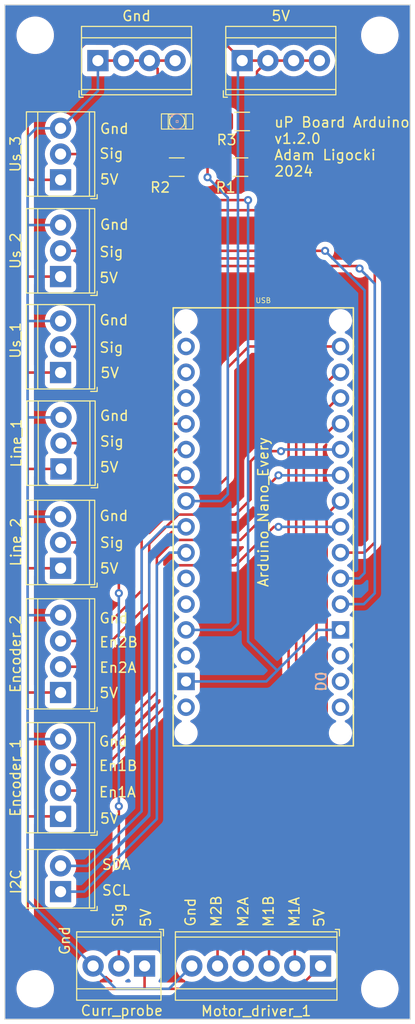
<source format=kicad_pcb>
(kicad_pcb (version 20240108) (generator "pcbnew") (generator_version "8.0")
  (layers (0 "F.Cu" signal) (31 "B.Cu" signal) (34 "B.Paste" user) (35 "F.Paste" user) (36 "B.SilkS" user "B.Silkscreen") (37 "F.SilkS" user "F.Silkscreen") (38 "B.Mask" user) (39 "F.Mask" user) (44 "Edge.Cuts" user))
  (net 0 "")
  (net 11 "VCC")
  (net 12 "SDA")
  (net 13 "SCL")
  (net 14 "GND")
  (net 15 "US_1")
  (net 16 "US_2")
  (net 17 "US_3")
  (net 18 "Line_1")
  (net 19 "Line_2")
  (net 20 "Motor_2_B")
  (net 21 "Motor_2_A")
  (net 22 "Motor_1_B")
  (net 23 "Motor_1_A")
  (net 24 "EN_1_A")
  (net 25 "EN_1_B")
  (net 26 "EN_2_A")
  (net 27 "EN_2_B")
  (net 28 "Current")
  (net 29 "Net-(A1-PadA3)")
  (net 30 "Net-(LED1-PadA)")
  (footprint "Resistor_SMD:R_1206_3216Metric" (layer "F.Cu") (at 86.9625 56 180)
    (property "Reference" "R2" (at 1.6325 -2 0) (layer "F.SilkS"))
    (property "Value" "10k")
    (fp_line (start -0.727064 0.91) (end 0.727064 0.91) (stroke (width 0.12)) (layer "F.SilkS"))
    (fp_line (start -0.727064 -0.91) (end 0.727064 -0.91) (stroke (width 0.12)) (layer "F.SilkS"))
    (pad "1" smd roundrect (at -1.4625 0 180) (size 1.125 1.75) (layers "F.Cu" "F.Paste" "F.Mask") (roundrect_rratio 0.2222222222) (net 29 "Net-(A1-PadA3)"))
    (pad "2" smd roundrect (at 1.4625 0 180) (size 1.125 1.75) (layers "F.Cu" "F.Paste" "F.Mask") (roundrect_rratio 0.2222222222) (net 14 "GND"))
  )
  (footprint "adafruit:1206" (layer "F.Cu") (at 87 51.5 180)
    (property "Reference" "LED1" (hide yes))
    (property "Value" "LED" (hide yes))
    (fp_line (start 0.59944 0.6985) (end 0.59944 0.44958) (stroke (width 0.06604)) (layer "B.SilkS"))
    (fp_line (start 0.44958 0.6985) (end 0.59944 0.6985) (stroke (width 0.06604)) (layer "B.SilkS"))
    (fp_line (start 0.44958 0.6985) (end 0.44958 0.44958) (stroke (width 0.06604)) (layer "B.SilkS"))
    (fp_line (start 0.44958 0.44958) (end 0.59944 0.44958) (stroke (width 0.06604)) (layer "B.SilkS"))
    (fp_line (start 0.09906 0.09906) (end 0.09906 -0.09906) (stroke (width 0.06604)) (layer "B.SilkS"))
    (fp_line (start -0.09906 0.09906) (end 0.09906 0.09906) (stroke (width 0.06604)) (layer "B.SilkS"))
    (fp_line (start -0.09906 0.09906) (end -0.09906 -0.09906) (stroke (width 0.06604)) (layer "B.SilkS"))
    (fp_line (start -0.09906 -0.09906) (end 0.09906 -0.09906) (stroke (width 0.06604)) (layer "B.SilkS"))
    (fp_arc (start 0.54864 0.49784) (mid 0.001024 0.740844) (end -0.547262 0.499354) (stroke (width 0.1016)) (layer "B.SilkS"))
    (fp_arc (start -0.54864 -0.49784) (mid -0.001024 -0.740844) (end 0.547262 -0.499354) (stroke (width 0.1016)) (layer "B.SilkS"))
    (fp_line (start 1.5494 0.7493) (end -1.5494 0.7493) (stroke (width 0.1016)) (layer "F.SilkS"))
    (fp_line (start 1.5494 -0.7493) (end 1.5494 0.7493) (stroke (width 0.1016)) (layer "F.SilkS"))
    (fp_line (start 0.89916 0.6985) (end 0.89916 -0.49784) (stroke (width 0.06604)) (layer "F.SilkS"))
    (fp_line (start 0.89916 -0.54864) (end 0.89916 -0.6985) (stroke (width 0.06604)) (layer "F.SilkS"))
    (fp_line (start 0.79756 0.6985) (end 0.89916 0.6985) (stroke (width 0.06604)) (layer "F.SilkS"))
    (fp_line (start 0.79756 0.6985) (end 0.79756 0.44958) (stroke (width 0.06604)) (layer "F.SilkS"))
    (fp_line (start 0.79756 0.6985) (end 0.79756 -0.49784) (stroke (width 0.06604)) (layer "F.SilkS"))
    (fp_line (start 0.79756 -0.49784) (end 0.89916 -0.49784) (stroke (width 0.06604)) (layer "F.SilkS"))
    (fp_line (start 0.79756 -0.54864) (end 0.89916 -0.54864) (stroke (width 0.06604)) (layer "F.SilkS"))
    (fp_line (start 0.79756 -0.54864) (end 0.79756 -0.6985) (stroke (width 0.06604)) (layer "F.SilkS"))
    (fp_line (start 0.79756 -0.6985) (end 0.89916 -0.6985) (stroke (width 0.06604)) (layer "F.SilkS"))
    (fp_line (start 0.44958 0.6985) (end 0.79756 0.6985) (stroke (width 0.06604)) (layer "F.SilkS"))
    (fp_line (start 0.44958 0.6985) (end 0.44958 0.44958) (stroke (width 0.06604)) (layer "F.SilkS"))
    (fp_line (start 0.44958 0.44958) (end 0.79756 0.44958) (stroke (width 0.06604)) (layer "F.SilkS"))
    (fp_line (start -0.79756 0.6985) (end -0.79756 -0.49784) (stroke (width 0.06604)) (layer "F.SilkS"))
    (fp_line (start -0.79756 -0.54864) (end -0.79756 -0.6985) (stroke (width 0.06604)) (layer "F.SilkS"))
    (fp_line (start -0.89916 0.6985) (end -0.79756 0.6985) (stroke (width 0.06604)) (layer "F.SilkS"))
    (fp_line (start -0.89916 0.6985) (end -0.89916 -0.49784) (stroke (width 0.06604)) (layer "F.SilkS"))
    (fp_line (start -0.89916 -0.49784) (end -0.79756 -0.49784) (stroke (width 0.06604)) (layer "F.SilkS"))
    (fp_line (start -0.89916 -0.54864) (end -0.79756 -0.54864) (stroke (width 0.06604)) (layer "F.SilkS"))
    (fp_line (start -0.89916 -0.54864) (end -0.89916 -0.6985) (stroke (width 0.06604)) (layer "F.SilkS"))
    (fp_line (start -0.89916 -0.6985) (end -0.79756 -0.6985) (stroke (width 0.06604)) (layer "F.SilkS"))
    (fp_line (start -1.5494 0.7493) (end -1.5494 -0.7493) (stroke (width 0.1016)) (layer "F.SilkS"))
    (fp_line (start -1.5494 -0.7493) (end 1.5494 -0.7493) (stroke (width 0.1016)) (layer "F.SilkS"))
    (fp_arc (start 0.54864 -0.49784) (mid 0.740844 0.000377) (end 0.548133 0.498398) (stroke (width 0.1016)) (layer "F.SilkS"))
    (fp_arc (start -0.54864 0.49784) (mid -0.740844 -0.000377) (end -0.548133 -0.498398) (stroke (width 0.1016)) (layer "F.SilkS"))
    (pad "A" smd rect (at -1.41986 0 180) (size 1.59766 1.80086) (layers "F.Cu" "F.Paste" "F.Mask") (net 30 "Net-(LED1-PadA)"))
    (pad "C" smd rect (at 1.41986 0 180) (size 1.59766 1.80086) (layers "F.Cu" "F.Paste" "F.Mask") (net 14 "GND"))
  )
  (footprint "MountingHole:MountingHole_3.2mm_M3" (layer "F.Cu") (at 73 137)
    (property "Reference" "H4" (hide yes))
    (property "Value" "MountingHole" (hide yes))
    (pad "" np_thru_hole circle (at 0 0) (size 3.2 3.2) (drill 3.2) (layers "*.Cu" "*.Mask"))
  )
  (footprint "Resistor_SMD:R_1206_3216Metric" (layer "F.Cu") (at 93.41986 51.5 180)
    (property "Reference" "R3" (at 1.5375 -1.82 0) (layer "F.SilkS"))
    (property "Value" "10k")
    (fp_line (start -0.727064 0.91) (end 0.727064 0.91) (stroke (width 0.12)) (layer "F.SilkS"))
    (fp_line (start -0.727064 -0.91) (end 0.727064 -0.91) (stroke (width 0.12)) (layer "F.SilkS"))
    (pad "1" smd roundrect (at -1.4625 0 180) (size 1.125 1.75) (layers "F.Cu" "F.Paste" "F.Mask") (roundrect_rratio 0.2222222222) (net 11 "VCC"))
    (pad "2" smd roundrect (at 1.4625 0 180) (size 1.125 1.75) (layers "F.Cu" "F.Paste" "F.Mask") (roundrect_rratio 0.2222222222) (net 30 "Net-(LED1-PadA)"))
  )
  (footprint "TerminalBlock_TE-Connectivity:TerminalBlock_TE_282834-3_1x03_P2.54mm_Horizontal" (layer "F.Cu") (at 83.79 134.75 180)
    (property "Reference" "J10" (hide yes))
    (property "Value" "Curr_probe" (at 2.245 -4.4 0) (layer "F.SilkS"))
    (fp_line (start 6.7 -3.37) (end 6.7 3.37) (stroke (width 0.12)) (layer "F.SilkS"))
    (fp_line (start -1.62 3.37) (end 6.7 3.37) (stroke (width 0.12)) (layer "F.SilkS"))
    (fp_line (start -1.62 2.85) (end 6.7 2.85) (stroke (width 0.12)) (layer "F.SilkS"))
    (fp_line (start -1.62 -2.25) (end 6.7 -2.25) (stroke (width 0.12)) (layer "F.SilkS"))
    (fp_line (start -1.62 -3.37) (end 6.7 -3.37) (stroke (width 0.12)) (layer "F.SilkS"))
    (fp_line (start -1.62 -3.37) (end -1.62 3.37) (stroke (width 0.12)) (layer "F.SilkS"))
    (fp_line (start -1.86 3.61) (end -1.46 3.61) (stroke (width 0.12)) (layer "F.SilkS"))
    (fp_line (start -1.86 2.97) (end -1.86 3.61) (stroke (width 0.12)) (layer "F.SilkS"))
    (pad "1" thru_hole rect (at 0 0 180) (size 2.1 2.1) (drill 1.1) (layers "*.Cu" "*.Mask") (net 11 "VCC"))
    (pad "2" thru_hole circle (at 2.54 0 180) (size 2.1 2.1) (drill 1.1) (layers "*.Cu" "*.Mask") (net 28 "Current"))
    (pad "3" thru_hole circle (at 5.08 0 180) (size 2.1 2.1) (drill 1.1) (layers "*.Cu" "*.Mask") (net 14 "GND"))
  )
  (footprint "arduino-library:Arduino_Nano_Every_Socket" (layer "F.Cu") (at 95.5 69.87 180)
    (property "Reference" "A1" (hide yes))
    (property "Value" "Arduino_Nano_Every" (at 0 -20.13 90) (layer "F.SilkS"))
    (fp_line (start 8.89 -43.18) (end 8.89 0) (stroke (width 0.15)) (layer "F.SilkS"))
    (fp_line (start -8.89 0) (end 8.89 0) (stroke (width 0.15)) (layer "F.SilkS"))
    (fp_line (start -8.89 -43.18) (end 8.89 -43.18) (stroke (width 0.15)) (layer "F.SilkS"))
    (fp_line (start -8.89 -43.18) (end -8.89 0) (stroke (width 0.15)) (layer "F.SilkS"))
    (fp_text user "D0" (at -5.715 -36.83 90) (layer "B.SilkS") (effects (justify mirror)))
    (fp_text user "D0" (at -5.715 -36.83 90) (layer "F.SilkS"))
    (fp_text user "USB" (at 0 0.725 0) (layer "F.SilkS") (effects (font (size 0.5 0.5) (thickness 0.075))))
    (pad "" np_thru_hole circle (at -7.62 -41.91 180) (size 1.8 1.8) (drill 1.8) (layers "F&B.Cu" "*.Mask"))
    (pad "" np_thru_hole circle (at -7.62 -1.27 180) (size 1.8 1.8) (drill 1.8) (layers "F&B.Cu" "*.Mask"))
    (pad "" np_thru_hole circle (at 7.62 -41.91 180) (size 1.8 1.8) (drill 1.8) (layers "F&B.Cu" "*.Mask"))
    (pad "" np_thru_hole circle (at 7.62 -1.27 180) (size 1.8 1.8) (drill 1.8) (layers "F&B.Cu" "*.Mask"))
    (pad "3V3" thru_hole circle (at 7.62 -6.35 180) (size 1.7272 1.7272) (drill 1.016) (layers "*.Cu" "*.Mask"))
    (pad "5V" thru_hole circle (at 7.62 -31.75 180) (size 1.7272 1.7272) (drill 1.016) (layers "*.Cu" "*.Mask") (net 11 "VCC"))
    (pad "A0" thru_hole circle (at 7.62 -11.43 180) (size 1.7272 1.7272) (drill 1.016) (layers "*.Cu" "*.Mask") (net 18 "Line_1"))
    (pad "A1" thru_hole circle (at 7.62 -13.97 180) (size 1.7272 1.7272) (drill 1.016) (layers "*.Cu" "*.Mask") (net 19 "Line_2"))
    (pad "A2" thru_hole circle (at 7.62 -16.51 180) (size 1.7272 1.7272) (drill 1.016) (layers "*.Cu" "*.Mask") (net 28 "Current"))
    (pad "A3" thru_hole circle (at 7.62 -19.05 180) (size 1.7272 1.7272) (drill 1.016) (layers "*.Cu" "*.Mask") (net 29 "Net-(A1-PadA3)"))
    (pad "A4" thru_hole circle (at 7.62 -21.59 180) (size 1.7272 1.7272) (drill 1.016) (layers "*.Cu" "*.Mask") (net 12 "SDA"))
    (pad "A5" thru_hole circle (at 7.62 -24.13 180) (size 1.7272 1.7272) (drill 1.016) (layers "*.Cu" "*.Mask") (net 13 "SCL"))
    (pad "A6" thru_hole circle (at 7.62 -26.67 180) (size 1.7272 1.7272) (drill 1.016) (layers "*.Cu" "*.Mask"))
    (pad "A7" thru_hole circle (at 7.62 -29.21 180) (size 1.7272 1.7272) (drill 1.016) (layers "*.Cu" "*.Mask"))
    (pad "AREF" thru_hole circle (at 7.62 -8.89 180) (size 1.7272 1.7272) (drill 1.016) (layers "*.Cu" "*.Mask"))
    (pad "D0" thru_hole circle (at -7.62 -36.83 180) (size 1.7272 1.7272) (drill 1.016) (layers "*.Cu" "*.Mask"))
    (pad "D1" thru_hole circle (at -7.62 -39.37 180) (size 1.7272 1.7272) (drill 1.016) (layers "*.Cu" "*.Mask"))
    (pad "D2" thru_hole circle (at -7.62 -29.21 180) (size 1.7272 1.7272) (drill 1.016) (layers "*.Cu" "*.Mask") (net 15 "US_1"))
    (pad "D3" thru_hole circle (at -7.62 -26.67 180) (size 1.7272 1.7272) (drill 1.016) (layers "*.Cu" "*.Mask") (net 16 "US_2"))
    (pad "D4" thru_hole circle (at -7.62 -24.13 180) (size 1.7272 1.7272) (drill 1.016) (layers "*.Cu" "*.Mask") (net 17 "US_3"))
    (pad "D5" thru_hole circle (at -7.62 -21.59 180) (size 1.7272 1.7272) (drill 1.016) (layers "*.Cu" "*.Mask") (net 24 "EN_1_A"))
    (pad "D6" thru_hole circle (at -7.62 -19.05 180) (size 1.7272 1.7272) (drill 1.016) (layers "*.Cu" "*.Mask") (net 23 "Motor_1_A"))
    (pad "D7" thru_hole circle (at -7.62 -16.51 180) (size 1.7272 1.7272) (drill 1.016) (layers "*.Cu" "*.Mask") (net 25 "EN_1_B"))
    (pad "D8" thru_hole circle (at -7.62 -13.97 180) (size 1.7272 1.7272) (drill 1.016) (layers "*.Cu" "*.Mask") (net 26 "EN_2_A"))
    (pad "D9" thru_hole circle (at -7.62 -11.43 180) (size 1.7272 1.7272) (drill 1.016) (layers "*.Cu" "*.Mask") (net 22 "Motor_1_B"))
    (pad "D10" thru_hole circle (at -7.62 -8.89 180) (size 1.7272 1.7272) (drill 1.016) (layers "*.Cu" "*.Mask") (net 21 "Motor_2_A"))
    (pad "D11" thru_hole circle (at -7.62 -6.35 180) (size 1.7272 1.7272) (drill 1.016) (layers "*.Cu" "*.Mask") (net 20 "Motor_2_B"))
    (pad "D12" thru_hole circle (at -7.62 -3.81 180) (size 1.7272 1.7272) (drill 1.016) (layers "*.Cu" "*.Mask") (net 27 "EN_2_B"))
    (pad "D13" thru_hole circle (at 7.62 -3.81 180) (size 1.7272 1.7272) (drill 1.016) (layers "*.Cu" "*.Mask"))
    (pad "GND1" thru_hole rect (at -7.62 -31.75 180) (size 1.7272 1.7272) (drill 1.016) (layers "*.Cu" "*.Mask") (net 14 "GND"))
    (pad "GND2" thru_hole rect (at 7.62 -36.83 180) (size 1.7272 1.7272) (drill 1.016) (layers "*.Cu" "*.Mask") (net 14 "GND"))
    (pad "RST1" thru_hole circle (at -7.62 -34.29 180) (size 1.7272 1.7272) (drill 1.016) (layers "*.Cu" "*.Mask"))
    (pad "RST2" thru_hole circle (at 7.62 -34.29 180) (size 1.7272 1.7272) (drill 1.016) (layers "*.Cu" "*.Mask"))
    (pad "VIN" thru_hole circle (at 7.62 -39.37 180) (size 1.7272 1.7272) (drill 1.016) (layers "*.Cu" "*.Mask"))
  )
  (footprint "TerminalBlock_TE-Connectivity:TerminalBlock_TE_282834-3_1x03_P2.54mm_Horizontal" (layer "F.Cu") (at 75.5 95.54 90)
    (property "Reference" "J5" (hide yes))
    (property "Value" "Line_2" (at 2.58 -4.4 90) (layer "F.SilkS"))
    (fp_line (start 6.7 -3.37) (end 6.7 3.37) (stroke (width 0.12)) (layer "F.SilkS"))
    (fp_line (start -1.62 -3.37) (end 6.7 -3.37) (stroke (width 0.12)) (layer "F.SilkS"))
    (fp_line (start -1.62 -3.37) (end -1.62 3.37) (stroke (width 0.12)) (layer "F.SilkS"))
    (fp_line (start -1.62 -2.25) (end 6.7 -2.25) (stroke (width 0.12)) (layer "F.SilkS"))
    (fp_line (start -1.62 2.85) (end 6.7 2.85) (stroke (width 0.12)) (layer "F.SilkS"))
    (fp_line (start -1.86 2.97) (end -1.86 3.61) (stroke (width 0.12)) (layer "F.SilkS"))
    (fp_line (start -1.62 3.37) (end 6.7 3.37) (stroke (width 0.12)) (layer "F.SilkS"))
    (fp_line (start -1.86 3.61) (end -1.46 3.61) (stroke (width 0.12)) (layer "F.SilkS"))
    (pad "1" thru_hole rect (at 0 0 90) (size 2.1 2.1) (drill 1.1) (layers "*.Cu" "*.Mask") (net 11 "VCC"))
    (pad "2" thru_hole circle (at 2.54 0 90) (size 2.1 2.1) (drill 1.1) (layers "*.Cu" "*.Mask") (net 19 "Line_2"))
    (pad "3" thru_hole circle (at 5.08 0 90) (size 2.1 2.1) (drill 1.1) (layers "*.Cu" "*.Mask") (net 14 "GND"))
  )
  (footprint "MountingHole:MountingHole_3.2mm_M3" (layer "F.Cu") (at 107 137)
    (property "Reference" "H1" (hide yes))
    (property "Value" "MountingHole" (hide yes))
    (pad "" np_thru_hole circle (at 0 0) (size 3.2 3.2) (drill 3.2) (layers "*.Cu" "*.Mask"))
  )
  (footprint "TerminalBlock_TE-Connectivity:TerminalBlock_TE_282834-3_1x03_P2.54mm_Horizontal" (layer "F.Cu") (at 75.5 76.25 90)
    (property "Reference" "J1" (hide yes))
    (property "Value" "Us_1" (at 3.175 -4.445 90) (layer "F.SilkS"))
    (fp_line (start 6.7 -3.37) (end 6.7 3.37) (stroke (width 0.12)) (layer "F.SilkS"))
    (fp_line (start -1.62 -3.37) (end 6.7 -3.37) (stroke (width 0.12)) (layer "F.SilkS"))
    (fp_line (start -1.62 -3.37) (end -1.62 3.37) (stroke (width 0.12)) (layer "F.SilkS"))
    (fp_line (start -1.62 -2.25) (end 6.7 -2.25) (stroke (width 0.12)) (layer "F.SilkS"))
    (fp_line (start -1.62 2.85) (end 6.7 2.85) (stroke (width 0.12)) (layer "F.SilkS"))
    (fp_line (start -1.86 2.97) (end -1.86 3.61) (stroke (width 0.12)) (layer "F.SilkS"))
    (fp_line (start -1.62 3.37) (end 6.7 3.37) (stroke (width 0.12)) (layer "F.SilkS"))
    (fp_line (start -1.86 3.61) (end -1.46 3.61) (stroke (width 0.12)) (layer "F.SilkS"))
    (pad "1" thru_hole rect (at 0 0 90) (size 2.1 2.1) (drill 1.1) (layers "*.Cu" "*.Mask") (net 11 "VCC"))
    (pad "2" thru_hole circle (at 2.54 0 90) (size 2.1 2.1) (drill 1.1) (layers "*.Cu" "*.Mask") (net 15 "US_1"))
    (pad "3" thru_hole circle (at 5.08 0 90) (size 2.1 2.1) (drill 1.1) (layers "*.Cu" "*.Mask") (net 14 "GND"))
  )
  (footprint "TerminalBlock_TE-Connectivity:TerminalBlock_TE_282834-3_1x03_P2.54mm_Horizontal" (layer "F.Cu") (at 75.5 66.79 90)
    (property "Reference" "J2" (hide yes))
    (property "Value" "Us_2" (at 2.54 -4.445 90) (layer "F.SilkS"))
    (fp_line (start 6.7 -3.37) (end 6.7 3.37) (stroke (width 0.12)) (layer "F.SilkS"))
    (fp_line (start -1.62 -3.37) (end 6.7 -3.37) (stroke (width 0.12)) (layer "F.SilkS"))
    (fp_line (start -1.62 -3.37) (end -1.62 3.37) (stroke (width 0.12)) (layer "F.SilkS"))
    (fp_line (start -1.62 -2.25) (end 6.7 -2.25) (stroke (width 0.12)) (layer "F.SilkS"))
    (fp_line (start -1.62 2.85) (end 6.7 2.85) (stroke (width 0.12)) (layer "F.SilkS"))
    (fp_line (start -1.86 2.97) (end -1.86 3.61) (stroke (width 0.12)) (layer "F.SilkS"))
    (fp_line (start -1.62 3.37) (end 6.7 3.37) (stroke (width 0.12)) (layer "F.SilkS"))
    (fp_line (start -1.86 3.61) (end -1.46 3.61) (stroke (width 0.12)) (layer "F.SilkS"))
    (pad "1" thru_hole rect (at 0 0 90) (size 2.1 2.1) (drill 1.1) (layers "*.Cu" "*.Mask") (net 11 "VCC"))
    (pad "2" thru_hole circle (at 2.54 0 90) (size 2.1 2.1) (drill 1.1) (layers "*.Cu" "*.Mask") (net 16 "US_2"))
    (pad "3" thru_hole circle (at 5.08 0 90) (size 2.1 2.1) (drill 1.1) (layers "*.Cu" "*.Mask") (net 14 "GND"))
  )
  (footprint "TerminalBlock_TE-Connectivity:TerminalBlock_TE_282834-2_1x02_P2.54mm_Horizontal" (layer "F.Cu") (at 75.5 127.42 90)
    (property "Reference" "J13" (hide yes))
    (property "Value" "I2C" (at 0.975 -4.4 90) (layer "F.SilkS"))
    (fp_line (start 4.16 -3.37) (end 4.16 3.37) (stroke (width 0.12)) (layer "F.SilkS"))
    (fp_line (start -1.62 -3.37) (end 4.16 -3.37) (stroke (width 0.12)) (layer "F.SilkS"))
    (fp_line (start -1.62 -3.37) (end -1.62 3.37) (stroke (width 0.12)) (layer "F.SilkS"))
    (fp_line (start -1.62 -2.25) (end 4.16 -2.25) (stroke (width 0.12)) (layer "F.SilkS"))
    (fp_line (start -1.62 2.85) (end 4.16 2.85) (stroke (width 0.12)) (layer "F.SilkS"))
    (fp_line (start -1.86 2.97) (end -1.86 3.61) (stroke (width 0.12)) (layer "F.SilkS"))
    (fp_line (start -1.62 3.37) (end 4.16 3.37) (stroke (width 0.12)) (layer "F.SilkS"))
    (fp_line (start -1.86 3.61) (end -1.46 3.61) (stroke (width 0.12)) (layer "F.SilkS"))
    (pad "1" thru_hole rect (at 0 0 90) (size 2.1 2.1) (drill 1.1) (layers "*.Cu" "*.Mask") (net 13 "SCL"))
    (pad "2" thru_hole circle (at 2.54 0 90) (size 2.1 2.1) (drill 1.1) (layers "*.Cu" "*.Mask") (net 12 "SDA"))
  )
  (footprint "TerminalBlock_TE-Connectivity:TerminalBlock_TE_282834-4_1x04_P2.54mm_Horizontal" (layer "F.Cu") (at 75.5 120 90)
    (property "Reference" "J8" (hide yes))
    (property "Value" "Encoder_1" (at 3.81 -4.445 90) (layer "F.SilkS"))
    (fp_line (start 9.241 -3.37) (end 9.241 3.37) (stroke (width 0.12)) (layer "F.SilkS"))
    (fp_line (start -1.62 -3.37) (end 9.241 -3.37) (stroke (width 0.12)) (layer "F.SilkS"))
    (fp_line (start -1.62 -3.37) (end -1.62 3.37) (stroke (width 0.12)) (layer "F.SilkS"))
    (fp_line (start -1.62 -2.25) (end 9.241 -2.25) (stroke (width 0.12)) (layer "F.SilkS"))
    (fp_line (start -1.62 2.85) (end 9.241 2.85) (stroke (width 0.12)) (layer "F.SilkS"))
    (fp_line (start -1.86 2.97) (end -1.86 3.61) (stroke (width 0.12)) (layer "F.SilkS"))
    (fp_line (start -1.62 3.37) (end 9.241 3.37) (stroke (width 0.12)) (layer "F.SilkS"))
    (fp_line (start -1.86 3.61) (end -1.46 3.61) (stroke (width 0.12)) (layer "F.SilkS"))
    (pad "1" thru_hole rect (at 0 0 90) (size 2.1 2.1) (drill 1.1) (layers "*.Cu" "*.Mask") (net 11 "VCC"))
    (pad "2" thru_hole circle (at 2.54 0 90) (size 2.1 2.1) (drill 1.1) (layers "*.Cu" "*.Mask") (net 24 "EN_1_A"))
    (pad "3" thru_hole circle (at 5.08 0 90) (size 2.1 2.1) (drill 1.1) (layers "*.Cu" "*.Mask") (net 25 "EN_1_B"))
    (pad "4" thru_hole circle (at 7.62 0 90) (size 2.1 2.1) (drill 1.1) (layers "*.Cu" "*.Mask") (net 14 "GND"))
  )
  (footprint "MountingHole:MountingHole_3.2mm_M3" (layer "F.Cu") (at 107 43)
    (property "Reference" "H2" (hide yes))
    (property "Value" "MountingHole" (hide yes))
    (pad "" np_thru_hole circle (at 0 0) (size 3.2 3.2) (drill 3.2) (layers "*.Cu" "*.Mask"))
  )
  (footprint "MountingHole:MountingHole_3.2mm_M3" (layer "F.Cu") (at 73 43)
    (property "Reference" "H3" (hide yes))
    (property "Value" "MountingHole" (hide yes))
    (pad "" np_thru_hole circle (at 0 0) (size 3.2 3.2) (drill 3.2) (layers "*.Cu" "*.Mask"))
  )
  (footprint "TerminalBlock_TE-Connectivity:TerminalBlock_TE_282834-3_1x03_P2.54mm_Horizontal" (layer "F.Cu") (at 75.545 85.75 90)
    (property "Reference" "J4" (hide yes))
    (property "Value" "Line_1" (at 2.54 -4.4 90) (layer "F.SilkS"))
    (fp_line (start 6.7 -3.37) (end 6.7 3.37) (stroke (width 0.12)) (layer "F.SilkS"))
    (fp_line (start -1.62 -3.37) (end 6.7 -3.37) (stroke (width 0.12)) (layer "F.SilkS"))
    (fp_line (start -1.62 -3.37) (end -1.62 3.37) (stroke (width 0.12)) (layer "F.SilkS"))
    (fp_line (start -1.62 -2.25) (end 6.7 -2.25) (stroke (width 0.12)) (layer "F.SilkS"))
    (fp_line (start -1.62 2.85) (end 6.7 2.85) (stroke (width 0.12)) (layer "F.SilkS"))
    (fp_line (start -1.86 2.97) (end -1.86 3.61) (stroke (width 0.12)) (layer "F.SilkS"))
    (fp_line (start -1.62 3.37) (end 6.7 3.37) (stroke (width 0.12)) (layer "F.SilkS"))
    (fp_line (start -1.86 3.61) (end -1.46 3.61) (stroke (width 0.12)) (layer "F.SilkS"))
    (pad "1" thru_hole rect (at 0 0 90) (size 2.1 2.1) (drill 1.1) (layers "*.Cu" "*.Mask") (net 11 "VCC"))
    (pad "2" thru_hole circle (at 2.54 0 90) (size 2.1 2.1) (drill 1.1) (layers "*.Cu" "*.Mask") (net 18 "Line_1"))
    (pad "3" thru_hole circle (at 5.08 0 90) (size 2.1 2.1) (drill 1.1) (layers "*.Cu" "*.Mask") (net 14 "GND"))
  )
  (footprint "Resistor_SMD:R_1206_3216Metric" (layer "F.Cu") (at 93.25 56 180)
    (property "Reference" "R1" (at 1.4625 -2 0) (layer "F.SilkS"))
    (property "Value" "10k")
    (fp_line (start -0.727064 0.91) (end 0.727064 0.91) (stroke (width 0.12)) (layer "F.SilkS"))
    (fp_line (start -0.727064 -0.91) (end 0.727064 -0.91) (stroke (width 0.12)) (layer "F.SilkS"))
    (pad "1" smd roundrect (at -1.4625 0 180) (size 1.125 1.75) (layers "F.Cu" "F.Paste" "F.Mask") (roundrect_rratio 0.2222222222) (net 11 "VCC"))
    (pad "2" smd roundrect (at 1.4625 0 180) (size 1.125 1.75) (layers "F.Cu" "F.Paste" "F.Mask") (roundrect_rratio 0.2222222222) (net 29 "Net-(A1-PadA3)"))
  )
  (footprint "TerminalBlock_TE-Connectivity:TerminalBlock_TE_282834-6_1x06_P2.54mm_Horizontal" (layer "F.Cu") (at 101.15 134.75 180)
    (property "Reference" "J6" (hide yes))
    (property "Value" "Motor_driver_1" (at 6.35 -4.445 0) (layer "F.SilkS"))
    (fp_line (start 14.32 -3.37) (end 14.32 3.37) (stroke (width 0.12)) (layer "F.SilkS"))
    (fp_line (start -1.62 3.37) (end 14.32 3.37) (stroke (width 0.12)) (layer "F.SilkS"))
    (fp_line (start -1.62 2.85) (end 14.32 2.85) (stroke (width 0.12)) (layer "F.SilkS"))
    (fp_line (start -1.62 -2.25) (end 14.32 -2.25) (stroke (width 0.12)) (layer "F.SilkS"))
    (fp_line (start -1.62 -3.37) (end 14.32 -3.37) (stroke (width 0.12)) (layer "F.SilkS"))
    (fp_line (start -1.62 -3.37) (end -1.62 3.37) (stroke (width 0.12)) (layer "F.SilkS"))
    (fp_line (start -1.86 3.61) (end -1.46 3.61) (stroke (width 0.12)) (layer "F.SilkS"))
    (fp_line (start -1.86 2.97) (end -1.86 3.61) (stroke (width 0.12)) (layer "F.SilkS"))
    (pad "1" thru_hole rect (at 0 0 180) (size 2.1 2.1) (drill 1.1) (layers "*.Cu" "*.Mask") (net 11 "VCC"))
    (pad "2" thru_hole circle (at 2.54 0 180) (size 2.1 2.1) (drill 1.1) (layers "*.Cu" "*.Mask") (net 23 "Motor_1_A"))
    (pad "3" thru_hole circle (at 5.08 0 180) (size 2.1 2.1) (drill 1.1) (layers "*.Cu" "*.Mask") (net 22 "Motor_1_B"))
    (pad "4" thru_hole circle (at 7.62 0 180) (size 2.1 2.1) (drill 1.1) (layers "*.Cu" "*.Mask") (net 21 "Motor_2_A"))
    (pad "5" thru_hole circle (at 10.16 0 180) (size 2.1 2.1) (drill 1.1) (layers "*.Cu" "*.Mask") (net 20 "Motor_2_B"))
    (pad "6" thru_hole circle (at 12.7 0 180) (size 2.1 2.1) (drill 1.1) (layers "*.Cu" "*.Mask") (net 14 "GND"))
  )
  (footprint "TerminalBlock_TE-Connectivity:TerminalBlock_TE_282834-3_1x03_P2.54mm_Horizontal" (layer "F.Cu") (at 75.5 57.25 90)
    (property "Reference" "J3" (hide yes))
    (property "Value" "Us_3" (at 2.54 -4.445 90) (layer "F.SilkS"))
    (fp_line (start 6.7 -3.37) (end 6.7 3.37) (stroke (width 0.12)) (layer "F.SilkS"))
    (fp_line (start -1.62 -3.37) (end 6.7 -3.37) (stroke (width 0.12)) (layer "F.SilkS"))
    (fp_line (start -1.62 -3.37) (end -1.62 3.37) (stroke (width 0.12)) (layer "F.SilkS"))
    (fp_line (start -1.62 -2.25) (end 6.7 -2.25) (stroke (width 0.12)) (layer "F.SilkS"))
    (fp_line (start -1.62 2.85) (end 6.7 2.85) (stroke (width 0.12)) (layer "F.SilkS"))
    (fp_line (start -1.86 2.97) (end -1.86 3.61) (stroke (width 0.12)) (layer "F.SilkS"))
    (fp_line (start -1.62 3.37) (end 6.7 3.37) (stroke (width 0.12)) (layer "F.SilkS"))
    (fp_line (start -1.86 3.61) (end -1.46 3.61) (stroke (width 0.12)) (layer "F.SilkS"))
    (pad "1" thru_hole rect (at 0 0 90) (size 2.1 2.1) (drill 1.1) (layers "*.Cu" "*.Mask") (net 11 "VCC"))
    (pad "2" thru_hole circle (at 2.54 0 90) (size 2.1 2.1) (drill 1.1) (layers "*.Cu" "*.Mask") (net 17 "US_3"))
    (pad "3" thru_hole circle (at 5.08 0 90) (size 2.1 2.1) (drill 1.1) (layers "*.Cu" "*.Mask") (net 14 "GND"))
  )
  (footprint "TerminalBlock_TE-Connectivity:TerminalBlock_TE_282834-4_1x04_P2.54mm_Horizontal" (layer "F.Cu") (at 75.5 107.79 90)
    (property "Reference" "J9" (hide yes))
    (property "Value" "Encoder_2" (at 3.81 -4.445 90) (layer "F.SilkS"))
    (fp_line (start 9.241 -3.37) (end 9.241 3.37) (stroke (width 0.12)) (layer "F.SilkS"))
    (fp_line (start -1.62 -3.37) (end 9.241 -3.37) (stroke (width 0.12)) (layer "F.SilkS"))
    (fp_line (start -1.62 -3.37) (end -1.62 3.37) (stroke (width 0.12)) (layer "F.SilkS"))
    (fp_line (start -1.62 -2.25) (end 9.241 -2.25) (stroke (width 0.12)) (layer "F.SilkS"))
    (fp_line (start -1.62 2.85) (end 9.241 2.85) (stroke (width 0.12)) (layer "F.SilkS"))
    (fp_line (start -1.86 2.97) (end -1.86 3.61) (stroke (width 0.12)) (layer "F.SilkS"))
    (fp_line (start -1.62 3.37) (end 9.241 3.37) (stroke (width 0.12)) (layer "F.SilkS"))
    (fp_line (start -1.86 3.61) (end -1.46 3.61) (stroke (width 0.12)) (layer "F.SilkS"))
    (pad "1" thru_hole rect (at 0 0 90) (size 2.1 2.1) (drill 1.1) (layers "*.Cu" "*.Mask") (net 11 "VCC"))
    (pad "2" thru_hole circle (at 2.54 0 90) (size 2.1 2.1) (drill 1.1) (layers "*.Cu" "*.Mask") (net 26 "EN_2_A"))
    (pad "3" thru_hole circle (at 5.08 0 90) (size 2.1 2.1) (drill 1.1) (layers "*.Cu" "*.Mask") (net 27 "EN_2_B"))
    (pad "4" thru_hole circle (at 7.62 0 90) (size 2.1 2.1) (drill 1.1) (layers "*.Cu" "*.Mask") (net 14 "GND"))
  )
  (footprint "TerminalBlock_TE-Connectivity:TerminalBlock_TE_282834-4_1x04_P2.54mm_Horizontal" (layer "F.Cu") (at 79.185 45.5)
    (property "Reference" "J12" (hide yes))
    (property "Value" "Gnd" (at 3.81 -4.4 0) (layer "F.SilkS"))
    (fp_line (start -1.86 2.97) (end -1.86 3.61) (stroke (width 0.12)) (layer "F.SilkS"))
    (fp_line (start -1.86 3.61) (end -1.46 3.61) (stroke (width 0.12)) (layer "F.SilkS"))
    (fp_line (start -1.62 -3.37) (end -1.62 3.37) (stroke (width 0.12)) (layer "F.SilkS"))
    (fp_line (start -1.62 -3.37) (end 9.241 -3.37) (stroke (width 0.12)) (layer "F.SilkS"))
    (fp_line (start -1.62 -2.25) (end 9.241 -2.25) (stroke (width 0.12)) (layer "F.SilkS"))
    (fp_line (start -1.62 2.85) (end 9.241 2.85) (stroke (width 0.12)) (layer "F.SilkS"))
    (fp_line (start -1.62 3.37) (end 9.241 3.37) (stroke (width 0.12)) (layer "F.SilkS"))
    (fp_line (start 9.241 -3.37) (end 9.241 3.37) (stroke (width 0.12)) (layer "F.SilkS"))
    (pad "1" thru_hole rect (at 0 0) (size 2.1 2.1) (drill 1.1) (layers "*.Cu" "*.Mask") (net 14 "GND"))
    (pad "2" thru_hole circle (at 2.54 0) (size 2.1 2.1) (drill 1.1) (layers "*.Cu" "*.Mask") (net 14 "GND"))
    (pad "3" thru_hole circle (at 5.08 0) (size 2.1 2.1) (drill 1.1) (layers "*.Cu" "*.Mask") (net 14 "GND"))
    (pad "4" thru_hole circle (at 7.62 0) (size 2.1 2.1) (drill 1.1) (layers "*.Cu" "*.Mask") (net 14 "GND"))
  )
  (footprint "TerminalBlock_TE-Connectivity:TerminalBlock_TE_282834-4_1x04_P2.54mm_Horizontal" (layer "F.Cu") (at 93.42 45.5)
    (property "Reference" "J11" (hide yes))
    (property "Value" "5V" (at 3.81 -4.4 0) (layer "F.SilkS"))
    (fp_line (start -1.86 2.97) (end -1.86 3.61) (stroke (width 0.12)) (layer "F.SilkS"))
    (fp_line (start -1.86 3.61) (end -1.46 3.61) (stroke (width 0.12)) (layer "F.SilkS"))
    (fp_line (start -1.62 -3.37) (end -1.62 3.37) (stroke (width 0.12)) (layer "F.SilkS"))
    (fp_line (start -1.62 -3.37) (end 9.241 -3.37) (stroke (width 0.12)) (layer "F.SilkS"))
    (fp_line (start -1.62 -2.25) (end 9.241 -2.25) (stroke (width 0.12)) (layer "F.SilkS"))
    (fp_line (start -1.62 2.85) (end 9.241 2.85) (stroke (width 0.12)) (layer "F.SilkS"))
    (fp_line (start -1.62 3.37) (end 9.241 3.37) (stroke (width 0.12)) (layer "F.SilkS"))
    (fp_line (start 9.241 -3.37) (end 9.241 3.37) (stroke (width 0.12)) (layer "F.SilkS"))
    (pad "1" thru_hole rect (at 0 0) (size 2.1 2.1) (drill 1.1) (layers "*.Cu" "*.Mask") (net 11 "VCC"))
    (pad "2" thru_hole circle (at 2.54 0) (size 2.1 2.1) (drill 1.1) (layers "*.Cu" "*.Mask") (net 11 "VCC"))
    (pad "3" thru_hole circle (at 5.08 0) (size 2.1 2.1) (drill 1.1) (layers "*.Cu" "*.Mask") (net 11 "VCC"))
    (pad "4" thru_hole circle (at 7.62 0) (size 2.1 2.1) (drill 1.1) (layers "*.Cu" "*.Mask") (net 11 "VCC"))
  )
  (gr_rect (start 70 40) (end 110 140) (stroke (width 0.1)) (fill none) (layer "Edge.Cuts"))
  (gr_text "SCL\n" (at 79.5 127.88 0) (layer "F.SilkS") (effects (font (size 1 1)) (justify left bottom)))
  (gr_text "Gnd\n" (at 79.25 101.05 0) (layer "F.SilkS") (effects (font (size 1 1)) (justify left bottom)))
  (gr_text "Sig" (at 79.295 93.605 0) (layer "F.SilkS") (effects (font (size 1 1)) (justify left bottom)))
  (gr_text "En2B\n" (at 79.25 103.42 0) (layer "F.SilkS") (effects (font (size 1 1)) (justify left bottom)))
  (gr_text "En1A\n" (at 79.2 118.2 0) (layer "F.SilkS") (effects (font (size 1 1)) (justify left bottom)))
  (gr_text "5V\n" (at 79.3 57.8 0) (layer "F.SilkS") (effects (font (size 1 1)) (justify left bottom)))
  (gr_text "Gnd\n" (at 79.25 90.96 0) (layer "F.SilkS") (effects (font (size 1 1)) (justify left bottom)))
  (gr_text "M1A" (at 99.15 131 90) (layer "F.SilkS") (effects (font (size 1 1)) (justify left bottom)))
  (gr_text "5V" (at 101.6 131 90) (layer "F.SilkS") (effects (font (size 1 1)) (justify left bottom)))
  (gr_text "Gnd\n" (at 79.3 62.25 0) (layer "F.SilkS") (effects (font (size 1 1)) (justify left bottom)))
  (gr_text "M2A\n" (at 94.1 131 90) (layer "F.SilkS") (effects (font (size 1 1)) (justify left bottom)))
  (gr_text "5V" (at 84.5 131 90) (layer "F.SilkS") (effects (font (size 1 1)) (justify left bottom)))
  (gr_text "5V\n" (at 79.25 67.5 0) (layer "F.SilkS") (effects (font (size 1 1)) (justify left bottom)))
  (gr_text "M2B" (at 91.45 131 90) (layer "F.SilkS") (effects (font (size 1 1)) (justify left bottom)))
  (gr_text "En2A\n" (at 79.25 105.92 0) (layer "F.SilkS") (effects (font (size 1 1)) (justify left bottom)))
  (gr_text "Sig" (at 79.25 64.95 0) (layer "F.SilkS") (effects (font (size 1 1)) (justify left bottom)))
  (gr_text "Sig" (at 79.25 55.25 0) (layer "F.SilkS") (effects (font (size 1 1)) (justify left bottom)))
  (gr_text "5V" (at 79.295 96.145 0) (layer "F.SilkS") (effects (font (size 1 1)) (justify left bottom)))
  (gr_text "Gnd\n" (at 79.3 52.8 0) (layer "F.SilkS") (effects (font (size 1 1)) (justify left bottom)))
  (gr_text "5V" (at 79.25 108.42 0) (layer "F.SilkS") (effects (font (size 1 1)) (justify left bottom)))
  (gr_text "M1B" (at 96.6 131 90) (layer "F.SilkS") (effects (font (size 1 1)) (justify left bottom)))
  (gr_text "SDA" (at 79.5 125.34 0) (layer "F.SilkS") (effects (font (size 1 1)) (justify left bottom)))
  (gr_text "Sig" (at 81.75 131 90) (layer "F.SilkS") (effects (font (size 1 1)) (justify left bottom)))
  (gr_text "5V" (at 79.3 120.8 0) (layer "F.SilkS") (effects (font (size 1 1)) (justify left bottom)))
  (gr_text "Gnd\n" (at 79.25 71.67 0) (layer "F.SilkS") (effects (font (size 1 1)) (justify left bottom)))
  (gr_text "Sig\n" (at 79.25 74.37 0) (layer "F.SilkS") (effects (font (size 1 1)) (justify left bottom)))
  (gr_text "Gnd\n" (at 76.5 133.75 90) (layer "F.SilkS") (effects (font (size 1 1)) (justify left bottom)))
  (gr_text "uP Board Arduino\nv1.2.0\nAdam Ligocki\n2024" (at 96.5 57 0) (layer "F.SilkS") (effects (font (size 1 1)) (justify left bottom)))
  (gr_text "5V" (at 79.35 76.87 0) (layer "F.SilkS") (effects (font (size 1 1)) (justify left bottom)))
  (gr_text "Gnd\n" (at 79.2 113.2 0) (layer "F.SilkS") (effects (font (size 1 1)) (justify left bottom)))
  (gr_text "Gnd\n" (at 79.295 81.09 0) (layer "F.SilkS") (effects (font (size 1 1)) (justify left bottom)))
  (gr_text "Gnd\n" (at 88.9 130.95 90) (layer "F.SilkS") (effects (font (size 1 1)) (justify left bottom)))
  (gr_text "Sig" (at 79.295 83.63 0) (layer "F.SilkS") (effects (font (size 1 1)) (justify left bottom)))
  (gr_text "En1B\n" (at 79.2 115.6 0) (layer "F.SilkS") (effects (font (size 1 1)) (justify left bottom)))
  (gr_text "5V" (at 79.295 86.17 0) (layer "F.SilkS") (effects (font (size 1 1)) (justify left bottom)))
  (segment (start 72.25 76.25) (end 72.25 66.75) (width 0.25) (layer "F.Cu") (net 11))
  (segment (start 75.5 57.25) (end 72.5 57.25) (width 0.25) (layer "F.Cu") (net 11))
  (segment (start 101.04 45.5) (end 98.5 45.5) (width 0.25) (layer "F.Cu") (net 11))
  (segment (start 72.25 66.75) (end 72.25 57) (width 0.25) (layer "F.Cu") (net 11))
  (segment (start 94.88236 46.57764) (end 95.96 45.5) (width 0.25) (layer "F.Cu") (net 11))
  (segment (start 72.29 95.54) (end 72.25 95.5) (width 0.25) (layer "F.Cu") (net 11))
  (segment (start 94.7125 51.66986) (end 94.88236 51.5) (width 0.25) (layer "F.Cu") (net 11))
  (segment (start 72.5 57.25) (end 72.25 57) (width 0.25) (layer "F.Cu") (net 11))
  (segment (start 75.545 85.75) (end 72.25 85.75) (width 0.25) (layer "F.Cu") (net 11))
  (segment (start 75.5 76.25) (end 72.25 76.25) (width 0.25) (layer "F.Cu") (net 11))
  (segment (start 72.29 107.79) (end 72.25 107.75) (width 0.25) (layer "F.Cu") (net 11))
  (segment (start 101.15 134.75) (end 98.9 137) (width 0.25) (layer "F.Cu") (net 11))
  (segment (start 72.25 49.5) (end 79.75 42) (width 0.25) (layer "F.Cu") (net 11))
  (segment (start 83.75 137) (end 82.5 137) (width 0.25) (layer "F.Cu") (net 11))
  (segment (start 83.79 134.75) (end 83.79 136.96) (width 0.25) (layer "F.Cu") (net 11))
  (segment (start 72.25 120) (end 72.25 107.75) (width 0.25) (layer "F.Cu") (net 11))
  (segment (start 78.5 137) (end 72.25 130.75) (width 0.25) (layer "F.Cu") (net 11))
  (segment (start 72.25 130.75) (end 72.25 120) (width 0.25) (layer "F.Cu") (net 11))
  (segment (start 72.25 57) (end 72.25 49.5) (width 0.25) (layer "F.Cu") (net 11))
  (segment (start 94.7125 56) (end 94.7125 51.66986) (width 0.25) (layer "F.Cu") (net 11))
  (segment (start 75.5 66.79) (end 72.29 66.79) (width 0.25) (layer "F.Cu") (net 11))
  (segment (start 72.25 107.75) (end 72.25 95.5) (width 0.25) (layer "F.Cu") (net 11))
  (segment (start 79.75 42) (end 89.92 42) (width 0.25) (layer "F.Cu") (net 11))
  (segment (start 72.25 95.5) (end 72.25 85.75) (width 0.25) (layer "F.Cu") (net 11))
  (segment (start 75.5 107.79) (end 72.29 107.79) (width 0.25) (layer "F.Cu") (net 11))
  (segment (start 98.9 137) (end 82.5 137) (width 0.25) (layer "F.Cu") (net 11))
  (segment (start 83.79 136.96) (end 83.75 137) (width 0.25) (layer "F.Cu") (net 11))
  (segment (start 93.42 45.5) (end 95.96 45.5) (width 0.25) (layer "F.Cu") (net 11))
  (segment (start 94.88236 51.5) (end 94.88236 46.57764) (width 0.25) (layer "F.Cu") (net 11))
  (segment (start 72.25 85.75) (end 72.25 76.25) (width 0.25) (layer "F.Cu") (net 11))
  (segment (start 75.5 120) (end 72.25 120) (width 0.25) (layer "F.Cu") (net 11))
  (segment (start 75.5 95.54) (end 72.29 95.54) (width 0.25) (layer "F.Cu") (net 11))
  (segment (start 72.29 66.79) (end 72.25 66.75) (width 0.25) (layer "F.Cu") (net 11))
  (segment (start 89.92 42) (end 93.42 45.5) (width 0.25) (layer "F.Cu") (net 11))
  (segment (start 95.96 45.5) (end 98.5 45.5) (width 0.25) (layer "F.Cu") (net 11))
  (segment (start 82.5 137) (end 78.5 137) (width 0.25) (layer "F.Cu") (net 11))
  (segment (start 92.38 101.62) (end 87.88 101.62) (width 0.25) (layer "B.Cu") (net 11))
  (segment (start 93 101) (end 92.38 101.62) (width 0.25) (layer "B.Cu") (net 11))
  (segment (start 93 45.92) (end 93 101) (width 0.25) (layer "B.Cu") (net 11))
  (segment (start 93.42 45.5) (end 93 45.92) (width 0.25) (layer "B.Cu") (net 11))
  (segment (start 75.5 124.88) (end 78.12 124.88) (width 0.25) (layer "B.Cu") (net 12))
  (segment (start 78.12 124.88) (end 83.5 119.5) (width 0.25) (layer "B.Cu") (net 12))
  (segment (start 85.79 91.46) (end 87.88 91.46) (width 0.25) (layer "B.Cu") (net 12))
  (segment (start 83.5 93.75) (end 85.79 91.46) (width 0.25) (layer "B.Cu") (net 12))
  (segment (start 83.5 119.5) (end 83.5 93.75) (width 0.25) (layer "B.Cu") (net 12))
  (segment (start 75.5 127.42) (end 77.83 127.42) (width 0.25) (layer "B.Cu") (net 13))
  (segment (start 85 95.25) (end 86.25 94) (width 0.25) (layer "B.Cu") (net 13))
  (segment (start 86.25 94) (end 87.88 94) (width 0.25) (layer "B.Cu") (net 13))
  (segment (start 85 120.25) (end 85 95.25) (width 0.25) (layer "B.Cu") (net 13))
  (segment (start 77.83 127.42) (end 85 120.25) (width 0.25) (layer "B.Cu") (net 13))
  (segment (start 94 59.25) (end 88.75 59.25) (width 0.25) (layer "F.Cu") (net 14))
  (segment (start 86.805 45.5) (end 84.265 45.5) (width 0.25) (layer "F.Cu") (net 14))
  (segment (start 84.265 45.5) (end 81.725 45.5) (width 0.25) (layer "F.Cu") (net 14))
  (segment (start 85.5 51.91986) (end 85.08014 51.5) (width 0.25) (layer "F.Cu") (net 14))
  (segment (start 85.08014 51.5) (end 85.08014 46.31514) (width 0.25) (layer "F.Cu") (net 14))
  (segment (start 85.5 56) (end 85.5 51.91986) (width 0.25) (layer "F.Cu") (net 14))
  (segment (start 85.08014 46.31514) (end 84.265 45.5) (width 0.25) (layer "F.Cu") (net 14))
  (segment (start 81.725 45.5) (end 79.185 45.5) (width 0.25) (layer "F.Cu") (net 14))
  (segment (start 88.75 59.25) (end 85.5 56) (width 0.25) (layer "F.Cu") (net 14))
  (via (at 94 59.25) (size 0.8) (drill 0.4) (layers "F.Cu" "B.Cu") (net 14))
  (segment (start 75.5 52.17) (end 79.185 48.485) (width 0.25) (layer "B.Cu") (net 14))
  (segment (start 72.29 90.46) (end 72.25 90.5) (width 0.25) (layer "B.Cu") (net 14))
  (segment (start 72.25 112.5) (end 72.25 128.29) (width 0.25) (layer "B.Cu") (net 14))
  (segment (start 73.08 52.17) (end 72.25 53) (width 0.25) (layer "B.Cu") (net 14))
  (segment (start 94 59.25) (end 94 102.75) (width 0.25) (layer "B.Cu") (net 14))
  (segment (start 72.25 53) (end 72.25 61.75) (width 0.25) (layer "B.Cu") (net 14))
  (segment (start 72.25 61.75) (end 72.25 71.25) (width 0.25) (layer "B.Cu") (net 14))
  (segment (start 103.12 101.62) (end 100.88 101.62) (width 0.25) (layer "B.Cu") (net 14))
  (segment (start 88.45 134.75) (end 86.2 137) (width 0.25) (layer "B.Cu") (net 14))
  (segment (start 72.29 61.71) (end 72.25 61.75) (width 0.25) (layer "B.Cu") (net 14))
  (segment (start 86.2 137) (end 80.96 137) (width 0.25) (layer "B.Cu") (net 14))
  (segment (start 75.5 100.17) (end 72.33 100.17) (width 0.25) (layer "B.Cu") (net 14))
  (segment (start 72.25 71.25) (end 72.25 80.75) (width 0.25) (layer "B.Cu") (net 14))
  (segment (start 79.185 48.485) (end 79.185 45.5) (width 0.25) (layer "B.Cu") (net 14))
  (segment (start 75.5 71.17) (end 72.33 71.17) (width 0.25) (layer "B.Cu") (net 14))
  (segment (start 72.25 80.75) (end 72.25 90.5) (width 0.25) (layer "B.Cu") (net 14))
  (segment (start 72.33 100.17) (end 72.25 100.25) (width 0.25) (layer "B.Cu") (net 14))
  (segment (start 80.96 137) (end 78.71 134.75) (width 0.25) (layer "B.Cu") (net 14))
  (segment (start 75.5 90.46) (end 72.29 90.46) (width 0.25) (layer "B.Cu") (net 14))
  (segment (start 72.33 80.67) (end 72.25 80.75) (width 0.25) (layer "B.Cu") (net 14))
  (segment (start 72.25 100.25) (end 72.25 112.5) (width 0.25) (layer "B.Cu") (net 14))
  (segment (start 96.875 105.625) (end 100.88 101.62) (width 0.25) (layer "B.Cu") (net 14))
  (segment (start 75.5 61.71) (end 72.29 61.71) (width 0.25) (layer "B.Cu") (net 14))
  (segment (start 96.875 105.625) (end 95.8 106.7) (width 0.25) (layer "B.Cu") (net 14))
  (segment (start 75.545 80.67) (end 72.33 80.67) (width 0.25) (layer "B.Cu") (net 14))
  (segment (start 72.37 112.38) (end 72.25 112.5) (width 0.25) (layer "B.Cu") (net 14))
  (segment (start 72.25 128.29) (end 78.71 134.75) (width 0.25) (layer "B.Cu") (net 14))
  (segment (start 75.5 52.17) (end 73.08 52.17) (width 0.25) (layer "B.Cu") (net 14))
  (segment (start 75.5 112.38) (end 72.37 112.38) (width 0.25) (layer "B.Cu") (net 14))
  (segment (start 72.25 90.5) (end 72.25 100.25) (width 0.25) (layer "B.Cu") (net 14))
  (segment (start 94 102.75) (end 96.875 105.625) (width 0.25) (layer "B.Cu") (net 14))
  (segment (start 72.33 71.17) (end 72.25 71.25) (width 0.25) (layer "B.Cu") (net 14))
  (segment (start 95.8 106.7) (end 87.88 106.7) (width 0.25) (layer "B.Cu") (net 14))
  (segment (start 105 66) (end 104.75 65.75) (width 0.25) (layer "F.Cu") (net 15))
  (segment (start 104.75 65.75) (end 82.75 65.75) (width 0.25) (layer "F.Cu") (net 15))
  (segment (start 81.75 66.75) (end 81.75 71) (width 0.25) (layer "F.Cu") (net 15))
  (segment (start 79.04 73.71) (end 75.5 73.71) (width 0.25) (layer "F.Cu") (net 15))
  (segment (start 81.75 71) (end 79.04 73.71) (width 0.25) (layer "F.Cu") (net 15))
  (segment (start 82.75 65.75) (end 81.75 66.75) (width 0.25) (layer "F.Cu") (net 15))
  (via (at 105 66) (size 0.8) (drill 0.4) (layers "F.Cu" "B.Cu") (net 15))
  (segment (start 103.12 99.08) (end 105.42 99.08) (width 0.25) (layer "B.Cu") (net 15))
  (segment (start 106.5 67.5) (end 105 66) (width 0.25) (layer "B.Cu") (net 15))
  (segment (start 105.42 99.08) (end 106.5 98) (width 0.25) (layer "B.Cu") (net 15))
  (segment (start 106.5 98) (end 106.5 67.5) (width 0.25) (layer "B.Cu") (net 15))
  (segment (start 75.5 64.25) (end 101.6 64.25) (width 0.25) (layer "F.Cu") (net 16))
  (via (at 101.6 64.25) (size 0.8) (drill 0.4) (layers "F.Cu" "B.Cu") (net 16))
  (segment (start 105.5 96) (end 105.5 68.15) (width 0.25) (layer "B.Cu") (net 16))
  (segment (start 103.12 96.54) (end 104.96 96.54) (width 0.25) (layer "B.Cu") (net 16))
  (segment (start 105.5 68.15) (end 101.6 64.25) (width 0.25) (layer "B.Cu") (net 16))
  (segment (start 104.96 96.54) (end 105.5 96) (width 0.25) (layer "B.Cu") (net 16))
  (segment (start 77.46 54.71) (end 83 60.25) (width 0.25) (layer "F.Cu") (net 17))
  (segment (start 75.5 54.71) (end 77.46 54.71) (width 0.25) (layer "F.Cu") (net 17))
  (segment (start 83 60.25) (end 104.25 60.25) (width 0.25) (layer "F.Cu") (net 17))
  (segment (start 106.5 93) (end 105.5 94) (width 0.25) (layer "F.Cu") (net 17))
  (segment (start 104.25 60.25) (end 106.5 62.5) (width 0.25) (layer "F.Cu") (net 17))
  (segment (start 106.5 62.5) (end 106.5 93) (width 0.25) (layer "F.Cu") (net 17))
  (segment (start 105.5 94) (end 103.12 94) (width 0.25) (layer "F.Cu") (net 17))
  (segment (start 85.2 81.3) (end 87.88 81.3) (width 0.25) (layer "F.Cu") (net 18))
  (segment (start 75.545 83.21) (end 83.29 83.21) (width 0.25) (layer "F.Cu") (net 18))
  (segment (start 83.29 83.21) (end 85.2 81.3) (width 0.25) (layer "F.Cu") (net 18))
  (segment (start 77.75 93) (end 86.91 83.84) (width 0.25) (layer "F.Cu") (net 19))
  (segment (start 75.5 93) (end 77.75 93) (width 0.25) (layer "F.Cu") (net 19))
  (segment (start 98 113.25) (end 98 81) (width 0.25) (layer "F.Cu") (net 20))
  (segment (start 90.99 120.26) (end 98 113.25) (width 0.25) (layer "F.Cu") (net 20))
  (segment (start 90.99 134.75) (end 90.99 120.26) (width 0.25) (layer "F.Cu") (net 20))
  (segment (start 98 81) (end 102.78 76.22) (width 0.25) (layer "F.Cu") (net 20))
  (segment (start 93.53 134.75) (end 93.53 120.22) (width 0.25) (layer "F.Cu") (net 21))
  (segment (start 93.53 120.22) (end 99.5 114.25) (width 0.25) (layer "F.Cu") (net 21))
  (segment (start 99.5 82.125) (end 102.865 78.76) (width 0.25) (layer "F.Cu") (net 21))
  (segment (start 99.5 114.25) (end 99.5 82.125) (width 0.25) (layer "F.Cu") (net 21))
  (segment (start 100.75 83.25) (end 102.7 81.3) (width 0.25) (layer "F.Cu") (net 22))
  (segment (start 96.07 134.75) (end 96.07 120.43) (width 0.25) (layer "F.Cu") (net 22))
  (segment (start 96.07 120.43) (end 100.75 115.75) (width 0.25) (layer "F.Cu") (net 22))
  (segment (start 100.75 115.75) (end 100.75 83.25) (width 0.25) (layer "F.Cu") (net 22))
  (segment (start 101.75 90.25) (end 103.08 88.92) (width 0.25) (layer "F.Cu") (net 23))
  (segment (start 101.75 117.25) (end 101.75 90.25) (width 0.25) (layer "F.Cu") (net 23))
  (segment (start 98.61 120.39) (end 101.75 117.25) (width 0.25) (layer "F.Cu") (net 23))
  (segment (start 98.61 134.75) (end 98.61 120.39) (width 0.25) (layer "F.Cu") (net 23))
  (segment (start 86.75 95.25) (end 86 96) (width 0.25) (layer "F.Cu") (net 24))
  (segment (start 86 96) (end 86 109) (width 0.25) (layer "F.Cu") (net 24))
  (segment (start 86 109) (end 77.54 117.46) (width 0.25) (layer "F.Cu") (net 24))
  (segment (start 97 91.46) (end 96.54 91.46) (width 0.25) (layer "F.Cu") (net 24))
  (segment (start 96.54 91.46) (end 92.75 95.25) (width 0.25) (layer "F.Cu") (net 24))
  (segment (start 92.75 95.25) (end 86.75 95.25) (width 0.25) (layer "F.Cu") (net 24))
  (segment (start 77.54 117.46) (end 75.5 117.46) (width 0.25) (layer "F.Cu") (net 24))
  (via (at 97 91.46) (size 0.8) (drill 0.4) (layers "F.Cu" "B.Cu") (net 24))
  (segment (start 97 91.46) (end 103.12 91.46) (width 0.25) (layer "B.Cu") (net 24))
  (segment (start 86.75 92.75) (end 85 94.5) (width 0.25) (layer "F.Cu") (net 25))
  (segment (start 97 86.38) (end 95.25 88.13) (width 0.25) (layer "F.Cu") (net 25))
  (segment (start 95.25 90.75) (end 93.25 92.75) (width 0.25) (layer "F.Cu") (net 25))
  (segment (start 93.25 92.75) (end 86.75 92.75) (width 0.25) (layer "F.Cu") (net 25))
  (segment (start 77.83 114.92) (end 75.5 114.92) (width 0.25) (layer "F.Cu") (net 25))
  (segment (start 95.25 88.13) (end 95.25 90.75) (width 0.25) (layer "F.Cu") (net 25))
  (segment (start 85 94.5) (end 85 107.75) (width 0.25) (layer "F.Cu") (net 25))
  (segment (start 85 107.75) (end 77.83 114.92) (width 0.25) (layer "F.Cu") (net 25))
  (via (at 97 86.38) (size 0.8) (drill 0.4) (layers "F.Cu" "B.Cu") (net 25))
  (segment (start 97 86.38) (end 103.12 86.38) (width 0.25) (layer "B.Cu") (net 25))
  (segment (start 92.75 90.25) (end 94.25 88.75) (width 0.25) (layer "F.Cu") (net 26))
  (segment (start 84.25 99) (end 84.25 93.125) (width 0.25) (layer "F.Cu") (net 26))
  (segment (start 94.25 85) (end 95.25 84) (width 0.25) (layer "F.Cu") (net 26))
  (segment (start 87.125 90.25) (end 92.75 90.25) (width 0.25) (layer "F.Cu") (net 26))
  (segment (start 94.25 88.75) (end 94.25 85) (width 0.25) (layer "F.Cu") (net 26))
  (segment (start 78 105.25) (end 84.25 99) (width 0.25) (layer "F.Cu") (net 26))
  (segment (start 95.25 84) (end 97.25 84) (width 0.25) (layer "F.Cu") (net 26))
  (segment (start 75.5 105.25) (end 78 105.25) (width 0.25) (layer "F.Cu") (net 26))
  (segment (start 84.25 93.125) (end 87.125 90.25) (width 0.25) (layer "F.Cu") (net 26))
  (via (at 97.25 84) (size 0.8) (drill 0.4) (layers "F.Cu" "B.Cu") (net 26))
  (segment (start 97.41 83.84) (end 97.25 84) (width 0.25) (layer "B.Cu") (net 26))
  (segment (start 103.12 83.84) (end 97.41 83.84) (width 0.25) (layer "B.Cu") (net 26))
  (segment (start 83.5 97.75) (end 83.5 91) (width 0.25) (layer "F.Cu") (net 27))
  (segment (start 86.9314 87.5686) (end 90.9314 87.5686) (width 0.25) (layer "F.Cu") (net 27))
  (segment (start 90.9314 87.5686) (end 92 86.5) (width 0.25) (layer "F.Cu") (net 27))
  (segment (start 103.12 73.68) (end 94.07 73.68) (width 0.25) (layer "F.Cu") (net 27))
  (segment (start 92 86.5) (end 92 75.75) (width 0.25) (layer "F.Cu") (net 27))
  (segment (start 83.5 91) (end 86.9314 87.5686) (width 0.25) (layer "F.Cu") (net 27))
  (segment (start 78.54 102.71) (end 83.5 97.75) (width 0.25) (layer "F.Cu") (net 27))
  (segment (start 92 75.75) (end 94.07 73.68) (width 0.25) (layer "F.Cu") (net 27))
  (segment (start 75.5 102.71) (end 78.54 102.71) (width 0.25) (layer "F.Cu") (net 27))
  (segment (start 81.25 91.75) (end 81.25 98) (width 0.25) (layer "F.Cu") (net 28))
  (segment (start 81.25 119) (end 81.25 134.75) (width 0.25) (layer "F.Cu") (net 28))
  (segment (start 87.88 86.38) (end 86.62 86.38) (width 0.25) (layer "F.Cu") (net 28))
  (segment (start 86.62 86.38) (end 81.25 91.75) (width 0.25) (layer "F.Cu") (net 28))
  (via (at 81.25 119) (size 0.8) (drill 0.4) (layers "F.Cu" "B.Cu") (net 28))
  (via (at 81.25 98) (size 0.8) (drill 0.4) (layers "F.Cu" "B.Cu") (net 28))
  (segment (start 81.25 98) (end 81.25 119) (width 0.25) (layer "B.Cu") (net 28))
  (segment (start 90 56) (end 91.7875 56) (width 0.25) (layer "F.Cu") (net 29))
  (segment (start 90 57) (end 90 56) (width 0.25) (layer "F.Cu") (net 29))
  (segment (start 88.425 56) (end 90 56) (width 0.25) (layer "F.Cu") (net 29))
  (via (at 90 57) (size 0.8) (drill 0.4) (layers "F.Cu" "B.Cu") (net 29))
  (segment (start 92 88.25) (end 91.33 88.92) (width 0.25) (layer "B.Cu") (net 29))
  (segment (start 91.33 88.92) (end 87.88 88.92) (width 0.25) (layer "B.Cu") (net 29))
  (segment (start 90 57) (end 92 59) (width 0.25) (layer "B.Cu") (net 29))
  (segment (start 92 59) (end 92 88.25) (width 0.25) (layer "B.Cu") (net 29))
  (segment (start 91.95736 51.5) (end 87.91986 51.5) (width 0.25) (layer "F.Cu") (net 30))
  (zone (net 0) (net_name "") (layer "F.Cu") (connect_pads (clearance 0.5)) (min_thickness 0.25) (fill yes (thermal_gap 0.5) (thermal_bridge_width 0.5) (island_removal_mode 1) (island_area_min 10))
    (polygon (pts (xy 70 40) (xy 110 40) (xy 110 140) (xy 70 140)))
  )
  (zone (net 0) (net_name "") (layer "B.Cu") (priority 1) (connect_pads (clearance 0.5)) (min_thickness 0.25) (fill yes (thermal_gap 0.5) (thermal_bridge_width 0.5) (island_removal_mode 1) (island_area_min 10))
    (polygon (pts (xy 70 40) (xy 110 40) (xy 110 140) (xy 70 140)))
  )
)
</source>
